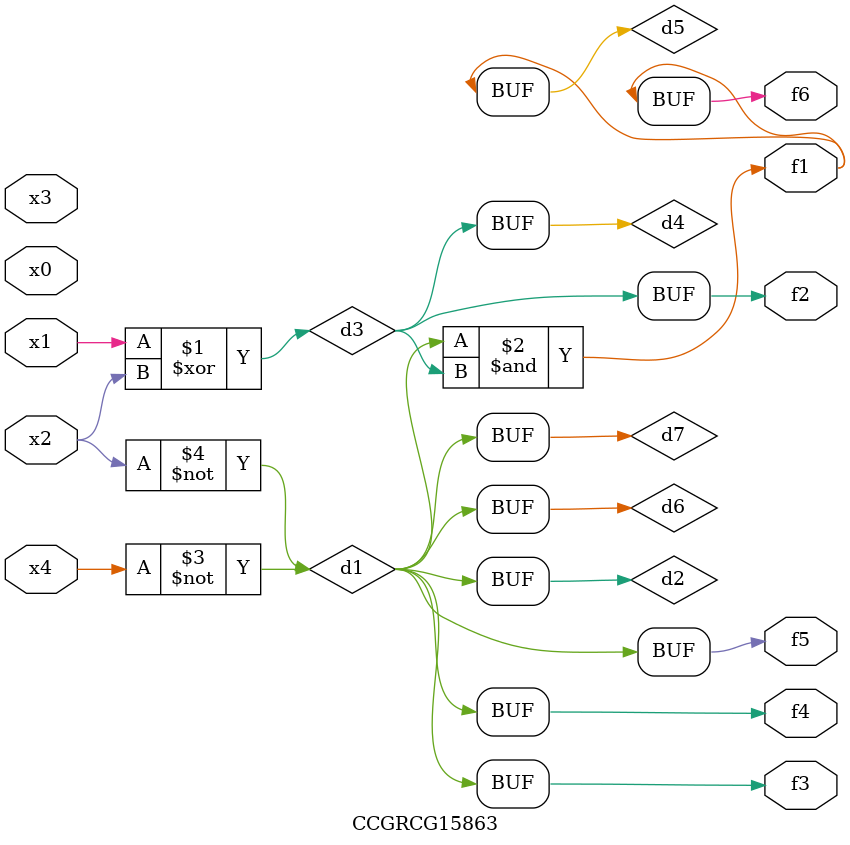
<source format=v>
module CCGRCG15863(
	input x0, x1, x2, x3, x4,
	output f1, f2, f3, f4, f5, f6
);

	wire d1, d2, d3, d4, d5, d6, d7;

	not (d1, x4);
	not (d2, x2);
	xor (d3, x1, x2);
	buf (d4, d3);
	and (d5, d1, d3);
	buf (d6, d1, d2);
	buf (d7, d2);
	assign f1 = d5;
	assign f2 = d4;
	assign f3 = d7;
	assign f4 = d7;
	assign f5 = d7;
	assign f6 = d5;
endmodule

</source>
